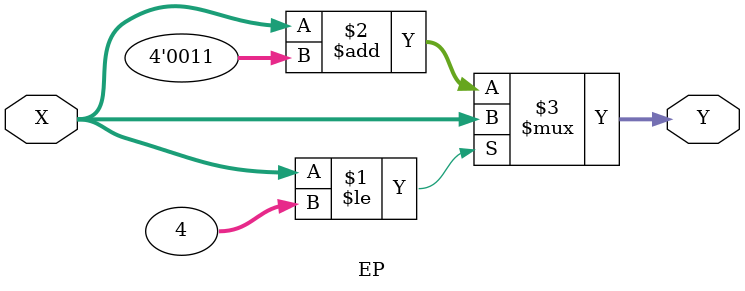
<source format=v>
`timescale 1ns / 1ps

module EP(
    input  [3:0] X,
    output [3:0] Y
);

assign Y = (X<=4)? X : X + 4'd3;

endmodule

</source>
